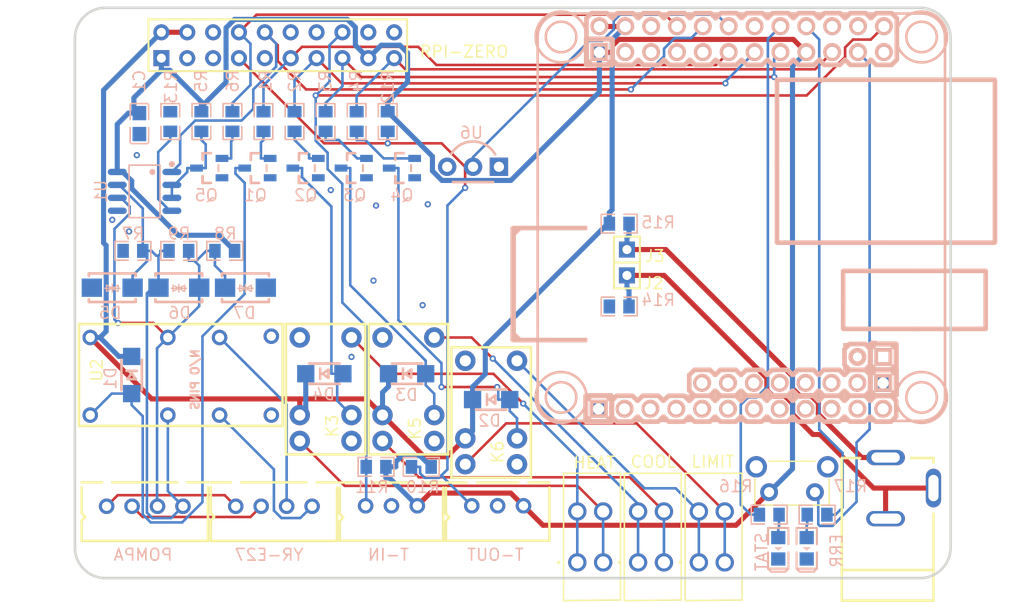
<source format=kicad_pcb>
(kicad_pcb (version 20211014) (generator pcbnew)
  (title_block (title "HaierPi") (date "2023-04-18") (rev "1.0"))
  (layers (0 "F.Cu" signal) (31 "B.Cu" signal) (34 "B.Paste" user) (35 "F.Paste" user) (36 "B.SilkS" user "B.Silkscreen") (37 "F.SilkS" user "F.Silkscreen") (38 "B.Mask" user) (39 "F.Mask" user) (44 "Edge.Cuts" user))
  (net 0 "")
  (net 1 "+3V3")
  (net 2 "+5V")
  (net 3 "1W")
  (net 4 "A")
  (net 5 "AOUT")
  (net 6 "B")
  (net 7 "BOUT")
  (net 8 "CON1_1")
  (net 9 "CON1_2")
  (net 10 "CON2_1")
  (net 11 "CON2_2")
  (net 12 "CON3_1")
  (net 13 "CON3_2")
  (net 14 "DHT22")
  (net 15 "GND")
  (net 16 "GPIO13")
  (net 17 "GPIO19")
  (net 18 "GPIO26")
  (net 19 "GPIO6")
  (net 20 "H2_12")
  (net 21 "H2_14")
  (net 22 "H2_18")
  (net 23 "H2_20")
  (net 24 "H2_3")
  (net 25 "H2_5")
  (net 26 "J1_1")
  (net 27 "J1_2")
  (net 28 "K3_4")
  (net 29 "K3_6")
  (net 30 "K5_4")
  (net 31 "K5_6")
  (net 32 "K6_4")
  (net 33 "K6_6")
  (net 34 "POMPA_1")
  (net 35 "POMPA_2")
  (net 36 "Q5_2")
  (net 37 "R16_2")
  (net 38 "R17_2")
  (net 39 "R1_2")
  (net 40 "R2_2")
  (net 41 "R3_2")
  (net 42 "R4_2")
  (net 43 "REL1")
  (net 44 "REL2")
  (net 45 "REL3")
  (net 46 "REL4")
  (net 47 "RX")
  (net 48 "TX")
  (net 49 "U1_2")
  (net 50 "U1_4")
  (net 51 "U2_4")
  (net 52 "U2_5")
  (net 53 "U3_16")
  (net 54 "U3_18")
  (net 55 "U3_22")
  (net 56 "U3_23")
  (net 57 "U3_25")
  (net 58 "U3_26")
  (net 59 "U3_27")
  (net 60 "U3_28")
  (net 61 "U3_29")
  (net 62 "U3_3")
  (net 63 "U3_30")
  (net 64 "U3_31")
  (net 65 "U3_32")
  (net 66 "U3_33")
  (net 67 "U3_34")
  (net 68 "U3_35")
  (net 69 "U3_36")
  (net 70 "U3_37")
  (net 71 "U3_38")
  (net 72 "U3_39")
  (net 73 "U3_40")
  (net 74 "U3_41")
  (net 75 "U3_42")
  (net 76 "U3_43")
  (net 77 "U3_44")
  (net 78 "U3_5")
  (net 79 "U3_7")
  (net 80 "U5_1")
  (net 81 "U5_3")
  (net 82 "U5_4")
  (net 83 "U6_3")
  (footprint "easyeda:R0805" (layer "F.Cu") (at 122.748 76.031 90)
    (fp_text reference "R3")
    (fp_text value "1k" hide)
  )
  (footprint "easyeda:SMA_L4.4-W2.6-LS5.0-BI" (layer "F.Cu") (at 101.796 92.35)
    (fp_text reference "D5")
    (fp_text value "SMAJ12CA_C143115" hide)
  )
  (footprint "easyeda:R0805" (layer "F.Cu") (at 127.704 109.94 180)
    (fp_text reference "R11")
    (fp_text value "4.7K" hide)
  )
  (footprint "easyeda:JST-XH-TH-4-2.5" (layer "F.Cu") (at 111.194 111.464 180)
    (fp_text reference "POMPA")
    (fp_text value "JST XH 4" hide)
  )
  (footprint "easyeda:R0805" (layer "F.Cu") (at 113.599 76.031 -90)
    (fp_text reference "R6")
    (fp_text value "4.7K" hide)
  )
  (footprint "easyeda:HDR-M-2.54_1X1" (layer "F.Cu") (at 152.342 88.604)
    (fp_text reference "J3")
    (fp_text value "HDR-M-2.54_1x1" hide)
  )
  (footprint "easyeda:SMA_L4.4-W2.6-LS5.0-BI" (layer "F.Cu") (at 108.337 92.35)
    (fp_text reference "D6")
    (fp_text value "SMAJ12CA_C143115" hide)
  )
  (footprint "easyeda:R0805" (layer "F.Cu") (at 110.549 76.031 -90)
    (fp_text reference "R5")
    (fp_text value "4.7K" hide)
  )
  (footprint "easyeda:R0805" (layer "F.Cu") (at 132.149 109.94 180)
    (fp_text reference "R10")
    (fp_text value "4.7K" hide)
  )
  (footprint "easyeda:SOT-23-3_L2.9-W1.3-P1.90-LS2.4-TR" (layer "F.Cu") (at 130.244 80.603 180)
    (fp_text reference "Q4")
    (fp_text value "2N3904(SOT-23)" hide)
  )
  (footprint "easyeda:ADC-002" (layer "F.Cu") (at 182.441 112.027 90)
    (fp_text reference "J1" hide)
    (fp_text value "JACK PCB" hide)
  )
  (footprint "easyeda:R0805" (layer "F.Cu") (at 128.847 76.031 -90)
    (fp_text reference "R12")
    (fp_text value "4.7K" hide)
  )
  (footprint "easyeda:R0805" (layer "F.Cu") (at 112.845 88.731)
    (fp_text reference "R8")
    (fp_text value "4.7K" hide)
  )
  (footprint "easyeda:R0805" (layer "F.Cu") (at 125.797 76.031 90)
    (fp_text reference "R4")
    (fp_text value "1k" hide)
  )
  (footprint "easyeda:RELAY-TH_HFD23-005-1ZS" (layer "F.Cu") (at 139.007 104.606 90)
    (fp_text reference "K6")
    (fp_text value "HFD23-005-1ZS" hide)
  )
  (footprint "easyeda:JST-XH-TH-3-2.54" (layer "F.Cu") (at 129.217 113.767 180)
    (fp_text reference "T-IN")
    (fp_text value "JST XH 3" hide)
  )
  (footprint "easyeda:SOD-123_L2.8-W1.8-LS3.7-RD" (layer "F.Cu") (at 103.701 100.923 90)
    (fp_text reference "D1")
    (fp_text value "1N4007W_W" hide)
  )
  (footprint "easyeda:SOD-123_L2.8-W1.8-LS3.7-RD" (layer "F.Cu") (at 139.007 103.336 180)
    (fp_text reference "D2")
    (fp_text value "1N4007W_W" hide)
  )
  (footprint "easyeda:LED0805_RED" (layer "F.Cu") (at 169.995 117.941 90)
    (fp_text reference "ERR")
    (fp_text value "LED-0805_R" hide)
  )
  (footprint "easyeda:SMALL N4078 DUAL COMS RELAY" (layer "F.Cu") (at 99.637 104.86 90)
    (fp_text reference "U2")
    (fp_text value "N/O PINS")
  )
  (footprint "easyeda:SOD-123_L2.8-W1.8-LS3.7-RD" (layer "F.Cu") (at 130.752 100.796 180)
    (fp_text reference "D3")
    (fp_text value "1N4007W_W" hide)
  )
  (footprint "easyeda:JST-XH-TH-3-2.54" (layer "F.Cu") (at 139.642 113.767 180)
    (fp_text reference "T-OUT")
    (fp_text value "JST XH 3" hide)
  )
  (footprint "easyeda:R0805" (layer "F.Cu") (at 166.312 114.639 180)
    (fp_text reference "R16")
    (fp_text value "330" hide)
  )
  (footprint "easyeda:R0805" (layer "F.Cu") (at 151.58 86.064 180)
    (fp_text reference "R15")
    (fp_text value "0" hide)
  )
  (footprint "easyeda:JST-XH-TH-4-2.5" (layer "F.Cu") (at 123.873 111.464 180)
    (fp_text reference "YR-E27")
    (fp_text value "JST XH 4" hide)
  )
  (footprint "easyeda:SOT-23-3_L2.9-W1.3-P1.90-LS2.4-TR" (layer "F.Cu") (at 116.052 80.603 180)
    (fp_text reference "Q1")
    (fp_text value "2N3904(SOT-23)" hide)
  )
  (footprint "easyeda:R0805" (layer "F.Cu") (at 116.648 76.031 90)
    (fp_text reference "R1")
    (fp_text value "1k" hide)
  )
  (footprint "easyeda:R0805" (layer "F.Cu") (at 103.828 88.731)
    (fp_text reference "R7")
    (fp_text value "4.7K" hide)
  )
  (footprint "easyeda:HDR-F-2.54_2X10" (layer "F.Cu") (at 118.052 68.538)
    (fp_text reference "RPI-ZERO")
    (fp_text value "HDR-F-2.54_2x10" hide)
  )
  (footprint "easyeda:C0805" (layer "F.Cu") (at 104.463 76.233 -90)
    (fp_text reference "C1")
    (fp_text value "104" hide)
  )
  (footprint "easyeda:2X2P_2.54X5" (layer "F.Cu") (at 152.088 110.575)
    (fp_text reference "COOL")
    (fp_text value "DG240W2.54_2P" hide)
  )
  (footprint "easyeda:2X2P_2.54X5" (layer "F.Cu") (at 146.119 110.575)
    (fp_text reference "HEAT")
    (fp_text value "DG240W2.54_2P" hide)
  )
  (footprint "easyeda:SOP-8_L4.9-W3.9-P1.27-LS6.0-BL-1" (layer "F.Cu") (at 104.971 82.889 90)
    (fp_text reference "U1")
    (fp_text value "MAX3485" hide)
  )
  (footprint "easyeda:NANOPI_NEO_V1.4" (layer "F.Cu") (at 149.548 67.395 90)
    (fp_text reference "U3" hide)
    (fp_text value "a" hide)
  )
  (footprint "easyeda:R0805" (layer "F.Cu") (at 107.499 76.031 90)
    (fp_text reference "R13")
    (fp_text value "0" hide)
  )
  (footprint "easyeda:LED0805_GREEN" (layer "F.Cu") (at 167.201 117.941 90)
    (fp_text reference "STAT")
    (fp_text value "LED-0805_G" hide)
  )
  (footprint "easyeda:RELAY-TH_HFD23-005-1ZS" (layer "F.Cu") (at 122.751 102.32 90)
    (fp_text reference "K3")
    (fp_text value "HFD23-005-1ZS" hide)
  )
  (footprint "easyeda:R0805" (layer "F.Cu") (at 151.58 94.192)
    (fp_text reference "R14")
    (fp_text value "0" hide)
  )
  (footprint "easyeda:R0805" (layer "F.Cu") (at 108.337 88.731)
    (fp_text reference "R9")
    (fp_text value "120" hide)
  )
  (footprint "easyeda:R0805" (layer "F.Cu") (at 119.698 76.031 90)
    (fp_text reference "R2")
    (fp_text value "1k" hide)
  )
  (footprint "easyeda:RELAY-TH_HFD23-005-1ZS" (layer "F.Cu") (at 130.879 102.32 90)
    (fp_text reference "K5")
    (fp_text value "HFD23-005-1ZS" hide)
  )
  (footprint "easyeda:SMA_L4.4-W2.6-LS5.0-BI" (layer "F.Cu") (at 114.877 92.35)
    (fp_text reference "D7")
    (fp_text value "SMAJ12CA_C143115" hide)
  )
  (footprint "easyeda:SOT-23-3_L2.9-W1.3-P1.90-LS2.4-TR" (layer "F.Cu") (at 111.321 80.603 180)
    (fp_text reference "Q5")
    (fp_text value "2N3904(SOT-23)" hide)
  )
  (footprint "easyeda:SW_TACTILE_SPST_ANGLED" (layer "F.Cu") (at 165.042 109.94 180)
    (fp_text reference "U5" hide)
    (fp_text value "TACTILE-SWITCH-PTH Angled" hide)
  )
  (footprint "easyeda:2X2P_2.54X5" (layer "F.Cu") (at 158.057 110.575)
    (fp_text reference "LIMIT")
    (fp_text value "DG240W2.54_2P" hide)
  )
  (footprint "easyeda:R0805" (layer "F.Cu") (at 171.011 114.639)
    (fp_text reference "R17")
    (fp_text value "330" hide)
  )
  (footprint "easyeda:SOD-123_L2.8-W1.8-LS3.7-RD" (layer "F.Cu") (at 122.624 100.796 180)
    (fp_text reference "D4")
    (fp_text value "1N4007W_W" hide)
  )
  (footprint "easyeda:SOT-23-3_L2.9-W1.3-P1.90-LS2.4-TR" (layer "F.Cu") (at 120.783 80.603 180)
    (fp_text reference "Q2")
    (fp_text value "2N3904(SOT-23)" hide)
  )
  (footprint "easyeda:TO-92-3_L4.8-W3.7-P2.54-L" (layer "F.Cu") (at 137.229 80.476)
    (fp_text reference "U6")
    (fp_text value "DS2401+T&R" hide)
  )
  (footprint "easyeda:SOT-23-3_L2.9-W1.3-P1.90-LS2.4-TR" (layer "F.Cu") (at 125.513 80.603 180)
    (fp_text reference "Q3")
    (fp_text value "2N3904(SOT-23)" hide)
  )
  (footprint "easyeda:HDR-M-2.54_1X1" (layer "F.Cu") (at 152.342 91.144)
    (fp_text reference "J2")
    (fp_text value "HDR-M-2.54_1x1" hide)
  )
  (gr_arc (start 181.128 64.867) (mid 183.24932 65.74568) (end 184.128 67.867) (layer "Edge.Cuts") (width 0.254))
  (gr_line (start 101.128 64.867) (end 181.128 64.867) (layer "Edge.Cuts") (width 0.254))
  (gr_line (start 98.128 117.867) (end 98.128 67.867) (layer "Edge.Cuts") (width 0.254))
  (gr_arc (start 101.128 120.867) (mid 99.00668 119.98832) (end 98.128 117.867) (layer "Edge.Cuts") (width 0.254))
  (gr_arc (start 98.128 67.867) (mid 99.00668 65.74568) (end 101.128 64.867) (layer "Edge.Cuts") (width 0.254))
  (gr_line (start 184.128 67.867) (end 184.128 117.867) (layer "Edge.Cuts") (width 0.254))
  (gr_line (start 181.128 120.867) (end 101.128 120.867) (layer "Edge.Cuts") (width 0.254))
  (gr_arc (start 184.128 117.867) (mid 183.24932 119.98832) (end 181.128 120.867) (layer "Edge.Cuts") (width 0.254))
  (segment (start 151.53 67.968) (end 168.685 67.968) (width 0.5) (layer "F.Cu") (net 1))
  (segment (start 144.094 115.679) (end 142.182 113.767) (width 0.5) (layer "F.Cu") (net 1))
  (segment (start 150.887 68.612) (end 151.53 67.968) (width 0.5) (layer "F.Cu") (net 1))
  (segment (start 140.932 112.518) (end 133.007 112.518) (width 0.5) (layer "F.Cu") (net 1))
  (segment (start 168.685 67.968) (end 169.955 69.238) (width 0.5) (layer "F.Cu") (net 1))
  (segment (start 149.635 69.238) (end 150.887 69.238) (width 0.5) (layer "F.Cu") (net 1))
  (segment (start 142.182 113.767) (end 140.932 112.518) (width 0.5) (layer "F.Cu") (net 1))
  (segment (start 166.302 112.429) (end 163.052 115.679) (width 0.5) (layer "F.Cu") (net 1))
  (segment (start 133.007 112.518) (end 131.757 113.767) (width 0.5) (layer "F.Cu") (net 1))
  (segment (start 150.887 69.238) (end 150.887 68.612) (width 0.5) (layer "F.Cu") (net 1))
  (segment (start 163.052 115.679) (end 144.094 115.679) (width 0.5) (layer "F.Cu") (net 1))
  (segment (start 112.972 66.832) (end 113.803 66.001) (width 0.5) (layer "B.Cu") (net 1))
  (segment (start 132.023 108.847) (end 130.247 108.847) (width 0.5) (layer "B.Cu") (net 1))
  (segment (start 128.847 75.065) (end 128.847 74.096) (width 0.5) (layer "B.Cu") (net 1))
  (segment (start 102.288 76.301) (end 103.386 75.203) (width 0.5) (layer "B.Cu") (net 1))
  (segment (start 168.598 70.595) (end 169.955 69.238) (width 0.5) (layer "B.Cu") (net 1))
  (segment (start 130.047 68.538) (end 130.801 69.292) (width 0.5) (layer "B.Cu") (net 1))
  (segment (start 113.811 88.731) (end 112.282 87.202) (width 0.5) (layer "B.Cu") (net 1))
  (segment (start 149.635 69.238) (end 149.635 73.128) (width 0.5) (layer "B.Cu") (net 1))
  (segment (start 110.549 75.065) (end 110.549 74.58) (width 0.5) (layer "B.Cu") (net 1))
  (segment (start 134.174 81.817) (end 133.241 80.884) (width 0.5) (layer "B.Cu") (net 1))
  (segment (start 102.288 80.984) (end 102.288 76.301) (width 0.5) (layer "B.Cu") (net 1))
  (segment (start 103.924 75.203) (end 103.386 75.203) (width 0.5) (layer "B.Cu") (net 1))
  (segment (start 129.639 109.456) (end 129.639 109.94) (width 0.5) (layer "B.Cu") (net 1))
  (segment (start 128.212 68.538) (end 130.047 68.538) (width 0.5) (layer "B.Cu") (net 1))
  (segment (start 130.801 72.142) (end 128.847 74.096) (width 0.5) (layer "B.Cu") (net 1))
  (segment (start 128.67 109.94) (end 129.639 109.94) (width 0.5) (layer "B.Cu") (net 1))
  (segment (start 110.549 74.58) (end 110.549 74.096) (width 0.5) (layer "B.Cu") (net 1))
  (segment (start 128.67 109.94) (end 128.67 111.031) (width 0.5) (layer "B.Cu") (net 1))
  (segment (start 103.711 81.861) (end 102.833 80.984) (width 0.5) (layer "B.Cu") (net 1))
  (segment (start 103.924 73.695) (end 106.622 70.997) (width 0.5) (layer "B.Cu") (net 1))
  (segment (start 130.247 108.847) (end 129.639 109.456) (width 0.5) (layer "B.Cu") (net 1))
  (segment (start 104.463 75.203) (end 103.924 75.203) (width 0.5) (layer "B.Cu") (net 1))
  (segment (start 107.45 70.997) (end 106.622 70.997) (width 0.5) (layer "B.Cu") (net 1))
  (segment (start 125.672 66.778) (end 125.672 68.538) (width 0.5) (layer "B.Cu") (net 1))
  (segment (start 129.02 111.031) (end 131.757 113.767) (width 0.5) (layer "B.Cu") (net 1))
  (segment (start 110.549 74.096) (end 107.45 70.997) (width 0.5) (layer "B.Cu") (net 1))
  (segment (start 102.833 80.984) (end 102.288 80.984) (width 0.5) (layer "B.Cu") (net 1))
  (segment (start 110.549 74.58) (end 112.972 72.157) (width 0.5) (layer "B.Cu") (net 1))
  (segment (start 103.711 82.622) (end 103.711 81.861) (width 0.5) (layer "B.Cu") (net 1))
  (segment (start 112.972 72.157) (end 112.972 66.832) (width 0.5) (layer "B.Cu") (net 1))
  (segment (start 125.672 68.538) (end 126.942 69.808) (width 0.5) (layer "B.Cu") (net 1))
  (segment (start 112.282 87.202) (end 108.29 87.202) (width 0.5) (layer "B.Cu") (net 1))
  (segment (start 130.801 69.292) (end 130.801 72.142) (width 0.5) (layer "B.Cu") (net 1))
  (segment (start 149.635 73.128) (end 140.945 81.817) (width 0.5) (layer "B.Cu") (net 1))
  (segment (start 103.924 75.203) (end 103.924 73.695) (width 0.5) (layer "B.Cu") (net 1))
  (segment (start 168.598 110.133) (end 168.598 70.595) (width 0.5) (layer "B.Cu") (net 1))
  (segment (start 140.945 81.817) (end 134.174 81.817) (width 0.5) (layer "B.Cu") (net 1))
  (segment (start 133.241 80.884) (end 133.241 79.458) (width 0.5) (layer "B.Cu") (net 1))
  (segment (start 106.622 69.808) (end 106.622 70.997) (width 0.5) (layer "B.Cu") (net 1))
  (segment (start 113.803 66.001) (end 124.894 66.001) (width 0.5) (layer "B.Cu") (net 1))
  (segment (start 166.302 112.429) (end 168.598 110.133) (width 0.5) (layer "B.Cu") (net 1))
  (segment (start 124.894 66.001) (end 125.672 66.778) (width 0.5) (layer "B.Cu") (net 1))
  (segment (start 126.942 69.808) (end 128.212 68.538) (width 0.5) (layer "B.Cu") (net 1))
  (segment (start 128.67 111.031) (end 129.02 111.031) (width 0.5) (layer "B.Cu") (net 1))
  (segment (start 133.115 109.94) (end 132.023 108.847) (width 0.5) (layer "B.Cu") (net 1))
  (segment (start 133.241 79.458) (end 128.847 75.065) (width 0.5) (layer "B.Cu") (net 1))
  (segment (start 108.29 87.202) (end 103.711 82.622) (width 0.5) (layer "B.Cu") (net 1))
  (segment (start 134.664 108.949) (end 132.428 108.949) (width 0.5) (layer "F.Cu") (net 2))
  (segment (start 120.211 103.271) (end 105.668 103.271) (width 0.5) (layer "F.Cu") (net 2))
  (segment (start 106.622 67.268) (end 109.162 67.268) (width 0.5) (layer "F.Cu") (net 2))
  (segment (start 128.339 104.86) (end 126.75 103.271) (width 0.5) (layer "F.Cu") (net 2))
  (segment (start 149.635 66.698) (end 152.175 66.698) (width 0.5) (layer "F.Cu") (net 2))
  (segment (start 126.75 103.271) (end 120.211 103.271) (width 0.5) (layer "F.Cu") (net 2))
  (segment (start 136.467 107.146) (end 134.664 108.949) (width 0.5) (layer "F.Cu") (net 2))
  (segment (start 105.668 103.271) (end 99.637 97.24) (width 0.5) (layer "F.Cu") (net 2))
  (segment (start 120.211 103.271) (end 120.211 104.86) (width 0.5) (layer "F.Cu") (net 2))
  (segment (start 132.428 108.949) (end 128.339 104.86) (width 0.5) (layer "F.Cu") (net 2))
  (segment (start 137.182 106.431) (end 136.467 107.146) (width 0.5) (layer "B.Cu") (net 2))
  (segment (start 120.799 104.272) (end 120.211 104.86) (width 0.5) (layer "B.Cu") (net 2))
  (segment (start 150.888 67.984) (end 150.888 84.699) (width 0.5) (layer "B.Cu") (net 2))
  (segment (start 137.182 102.71) (end 137.182 103.336) (width 0.5) (layer "B.Cu") (net 2))
  (segment (start 152.175 66.698) (end 150.888 67.984) (width 0.5) (layer "B.Cu") (net 2))
  (segment (start 150.888 84.699) (end 150.614 84.973) (width 0.5) (layer "B.Cu") (net 2))
  (segment (start 128.339 102.636) (end 128.339 104.86) (width 0.5) (layer "B.Cu") (net 2))
  (segment (start 106.622 67.268) (end 100.944 72.946) (width 0.5) (layer "B.Cu") (net 2))
  (segment (start 103.701 99.098) (end 102.449 99.098) (width 0.5) (layer "B.Cu") (net 2))
  (segment (start 138.434 100.831) (end 137.182 102.084) (width 0.5) (layer "B.Cu") (net 2))
  (segment (start 150.614 86.064) (end 150.614 85.895) (width 0.5) (layer "B.Cu") (net 2))
  (segment (start 137.182 102.71) (end 137.182 102.084) (width 0.5) (layer "B.Cu") (net 2))
  (segment (start 150.614 85.895) (end 138.434 98.075) (width 0.5) (layer "B.Cu") (net 2))
  (segment (start 120.799 100.796) (end 120.799 104.272) (width 0.5) (layer "B.Cu") (net 2))
  (segment (start 100.591 97.24) (end 102.449 99.098) (width 0.5) (layer "B.Cu") (net 2))
  (segment (start 150.614 85.519) (end 150.614 85.895) (width 0.5) (layer "B.Cu") (net 2))
  (segment (start 101.2 96.631) (end 100.591 97.24) (width 0.5) (layer "B.Cu") (net 2))
  (segment (start 138.434 98.075) (end 138.434 100.831) (width 0.5) (layer "B.Cu") (net 2))
  (segment (start 100.944 87.944) (end 101.2 88.2) (width 0.5) (layer "B.Cu") (net 2))
  (segment (start 150.614 85.519) (end 150.614 84.973) (width 0.5) (layer "B.Cu") (net 2))
  (segment (start 100.944 72.946) (end 100.944 87.944) (width 0.5) (layer "B.Cu") (net 2))
  (segment (start 128.927 100.796) (end 128.927 102.048) (width 0.5) (layer "B.Cu") (net 2))
  (segment (start 137.182 103.336) (end 137.182 106.431) (width 0.5) (layer "B.Cu") (net 2))
  (segment (start 128.927 102.048) (end 128.339 102.636) (width 0.5) (layer "B.Cu") (net 2))
  (segment (start 99.637 97.24) (end 100.591 97.24) (width 0.5) (layer "B.Cu") (net 2))
  (segment (start 101.2 88.2) (end 101.2 96.631) (width 0.5) (layer "B.Cu") (net 2))
  (segment (start 122.605 78.171) (end 128.847 78.171) (width 0.254) (layer "F.Cu") (net 3))
  (segment (start 136.448 80.476) (end 137.229 80.476) (width 0.254) (layer "F.Cu") (net 3))
  (segment (start 128.847 78.171) (end 134.143 78.171) (width 0.254) (layer "F.Cu") (net 3))
  (segment (start 134.143 78.171) (end 136.448 80.476) (width 0.254) (layer "F.Cu") (net 3))
  (segment (start 136.448 80.476) (end 136.448 82.542) (width 0.254) (layer "F.Cu") (net 3))
  (segment (start 114.242 69.808) (end 122.605 78.171) (width 0.254) (layer "F.Cu") (net 3))
  (via (at 128.848 78.171) (size 0.61) (drill 0.305) (layers "F.Cu" "B.Cu") (net 3))
  (via (at 136.448 82.542) (size 0.61) (drill 0.305) (layers "F.Cu" "B.Cu") (net 3))
  (segment (start 132.028 110.574) (end 132.028 109.94) (width 0.254) (layer "B.Cu") (net 3))
  (segment (start 151.044 66.983) (end 149.92 68.107) (width 0.254) (layer "B.Cu") (net 3))
  (segment (start 149.92 68.107) (end 148.644 68.107) (width 0.254) (layer "B.Cu") (net 3))
  (segment (start 162.335 66.698) (end 161.174 65.537) (width 0.254) (layer "B.Cu") (net 3))
  (segment (start 128.847 76.997) (end 128.847 77.842) (width 0.254) (layer "B.Cu") (net 3))
  (segment (start 134.118 110.784) (end 134.711 110.191) (width 0.254) (layer "B.Cu") (net 3))
  (segment (start 151.661 65.537) (end 151.044 66.154) (width 0.254) (layer "B.Cu") (net 3))
  (segment (start 128.847 78.171) (end 128.847 77.842) (width 0.254) (layer "B.Cu") (net 3))
  (segment (start 133.883 111.019) (end 132.473 111.019) (width 0.254) (layer "B.Cu") (net 3))
  (segment (start 128.847 78.171) (end 128.847 78.171) (width 0.254) (layer "B.Cu") (net 3))
  (segment (start 137.229 79.522) (end 137.229 80.476) (width 0.254) (layer "B.Cu") (net 3))
  (segment (start 148.644 68.107) (end 137.229 79.522) (width 0.254) (layer "B.Cu") (net 3))
  (segment (start 151.044 66.154) (end 151.044 66.983) (width 0.254) (layer "B.Cu") (net 3))
  (segment (start 132.473 111.019) (end 132.028 110.574) (width 0.254) (layer "B.Cu") (net 3))
  (segment (start 161.174 65.537) (end 151.661 65.537) (width 0.254) (layer "B.Cu") (net 3))
  (segment (start 134.711 84.279) (end 136.448 82.542) (width 0.254) (layer "B.Cu") (net 3))
  (segment (start 134.711 110.191) (end 134.711 84.279) (width 0.254) (layer "B.Cu") (net 3))
  (segment (start 131.183 109.94) (end 132.028 109.94) (width 0.254) (layer "B.Cu") (net 3))
  (segment (start 134.118 110.784) (end 133.883 111.019) (width 0.254) (layer "B.Cu") (net 3))
  (segment (start 137.102 113.767) (end 134.118 110.784) (width 0.254) (layer "B.Cu") (net 3))
  (segment (start 105.834 95.817) (end 107.257 97.24) (width 0.254) (layer "F.Cu") (net 4))
  (segment (start 102.37 95.817) (end 105.834 95.817) (width 0.254) (layer "F.Cu") (net 4))
  (via (at 102.371 95.817) (size 0.61) (drill 0.305) (layers "F.Cu" "B.Cu") (net 4))
  (segment (start 112.877 91.171) (end 111.879 90.173) (width 0.254) (layer "B.Cu") (net 4))
  (segment (start 109.848 89.699) (end 109.957 89.807) (width 0.254) (layer "B.Cu") (net 4))
  (segment (start 112.877 92.35) (end 112.877 91.171) (width 0.254) (layer "B.Cu") (net 4))
  (segment (start 102.288 83.524) (end 102.659 83.524) (width 0.254) (layer "B.Cu") (net 4))
  (segment (start 109.303 88.731) (end 109.303 89.699) (width 0.254) (layer "B.Cu") (net 4))
  (segment (start 109.957 89.807) (end 110.336 90.187) (width 0.254) (layer "B.Cu") (net 4))
  (segment (start 111.879 88.731) (end 111.033 88.731) (width 0.254) (layer "B.Cu") (net 4))
  (segment (start 102.014 86.575) (end 102.014 95.461) (width 0.254) (layer "B.Cu") (net 4))
  (segment (start 106.198 98.299) (end 107.257 97.24) (width 0.254) (layer "B.Cu") (net 4))
  (segment (start 102.014 95.461) (end 102.37 95.817) (width 0.254) (layer "B.Cu") (net 4))
  (segment (start 103.502 85.088) (end 102.014 86.575) (width 0.254) (layer "B.Cu") (net 4))
  (segment (start 110.336 92.35) (end 110.336 94.16) (width 0.254) (layer "B.Cu") (net 4))
  (segment (start 102.659 83.524) (end 103.502 84.367) (width 0.254) (layer "B.Cu") (net 4))
  (segment (start 110.336 90.187) (end 110.336 92.35) (width 0.254) (layer "B.Cu") (net 4))
  (segment (start 111.879 90.173) (end 111.879 88.731) (width 0.254) (layer "B.Cu") (net 4))
  (segment (start 111.033 88.731) (end 109.957 89.807) (width 0.254) (layer "B.Cu") (net 4))
  (segment (start 103.502 84.367) (end 103.502 85.088) (width 0.254) (layer "B.Cu") (net 4))
  (segment (start 106.244 113.814) (end 106.198 113.768) (width 0.254) (layer "B.Cu") (net 4))
  (segment (start 109.303 89.699) (end 109.848 89.699) (width 0.254) (layer "B.Cu") (net 4))
  (segment (start 106.198 113.768) (end 106.198 98.299) (width 0.254) (layer "B.Cu") (net 4))
  (segment (start 110.336 94.16) (end 107.257 97.24) (width 0.254) (layer "B.Cu") (net 4))
  (segment (start 118.923 103.826) (end 118.923 113.814) (width 0.254) (layer "B.Cu") (net 5))
  (segment (start 112.337 97.24) (end 118.923 103.826) (width 0.254) (layer "B.Cu") (net 5))
  (segment (start 104.794 88.731) (end 105.217 88.731) (width 0.254) (layer "B.Cu") (net 6))
  (segment (start 102.479 82.254) (end 104.794 84.569) (width 0.254) (layer "B.Cu") (net 6))
  (segment (start 102.288 82.254) (end 102.479 82.254) (width 0.254) (layer "B.Cu") (net 6))
  (segment (start 106.336 91.761) (end 106.336 91.171) (width 0.254) (layer "B.Cu") (net 6))
  (segment (start 103.796 91.761) (end 103.796 91.171) (width 0.254) (layer "B.Cu") (net 6))
  (segment (start 105.217 89.75) (end 103.796 91.171) (width 0.254) (layer "B.Cu") (net 6))
  (segment (start 105.217 88.731) (end 105.64 88.731) (width 0.254) (layer "B.Cu") (net 6))
  (segment (start 105.64 88.731) (end 106.105 89.196) (width 0.254) (layer "B.Cu") (net 6))
  (segment (start 106.336 92.35) (end 106.336 91.761) (width 0.254) (layer "B.Cu") (net 6))
  (segment (start 105.201 92.896) (end 105.201 114.44) (width 0.254) (layer "B.Cu") (net 6))
  (segment (start 107.257 112.327) (end 107.257 104.86) (width 0.254) (layer "B.Cu") (net 6))
  (segment (start 106.336 91.761) (end 105.201 92.896) (width 0.254) (layer "B.Cu") (net 6))
  (segment (start 106.105 89.196) (end 106.336 89.196) (width 0.254) (layer "B.Cu") (net 6))
  (segment (start 106.336 89.196) (end 106.336 91.171) (width 0.254) (layer "B.Cu") (net 6))
  (segment (start 106.336 89.196) (end 106.525 89.008) (width 0.254) (layer "B.Cu") (net 6))
  (segment (start 105.201 114.44) (end 105.735 114.974) (width 0.254) (layer "B.Cu") (net 6))
  (segment (start 107.584 114.974) (end 108.744 113.814) (width 0.254) (layer "B.Cu") (net 6))
  (segment (start 105.735 114.974) (end 107.584 114.974) (width 0.254) (layer "B.Cu") (net 6))
  (segment (start 108.744 113.814) (end 107.257 112.327) (width 0.254) (layer "B.Cu") (net 6))
  (segment (start 106.525 89.008) (end 106.525 88.731) (width 0.254) (layer "B.Cu") (net 6))
  (segment (start 107.37 88.731) (end 106.525 88.731) (width 0.254) (layer "B.Cu") (net 6))
  (segment (start 104.794 84.569) (end 104.794 88.731) (width 0.254) (layer "B.Cu") (net 6))
  (segment (start 103.796 91.761) (end 103.796 92.35) (width 0.254) (layer "B.Cu") (net 6))
  (segment (start 105.217 88.731) (end 105.217 89.75) (width 0.254) (layer "B.Cu") (net 6))
  (segment (start 118.409 114.969) (end 120.267 114.969) (width 0.254) (layer "B.Cu") (net 7))
  (segment (start 120.267 114.969) (end 121.423 113.814) (width 0.254) (layer "B.Cu") (net 7))
  (segment (start 117.672 110.195) (end 117.672 114.232) (width 0.254) (layer "B.Cu") (net 7))
  (segment (start 117.672 114.232) (end 118.409 114.969) (width 0.254) (layer "B.Cu") (net 7))
  (segment (start 112.337 104.86) (end 117.672 110.195) (width 0.254) (layer "B.Cu") (net 7))
  (segment (start 128.858 100.807) (end 139.229 100.807) (width 0.254) (layer "F.Cu") (net 8))
  (segment (start 139.229 100.807) (end 142.152 103.73) (width 0.254) (layer "F.Cu") (net 8))
  (segment (start 125.291 97.24) (end 128.858 100.807) (width 0.254) (layer "F.Cu") (net 8))
  (via (at 142.152 103.73) (size 0.61) (drill 0.305) (layers "F.Cu" "B.Cu") (net 8))
  (segment (start 147.465 119.326) (end 147.465 114.326) (width 0.254) (layer "B.Cu") (net 8))
  (segment (start 147.465 109.043) (end 147.465 114.326) (width 0.254) (layer "B.Cu") (net 8))
  (segment (start 142.152 103.73) (end 147.465 109.043) (width 0.254) (layer "B.Cu") (net 8))
  (segment (start 147.487 111.808) (end 150.005 114.326) (width 0.254) (layer "F.Cu") (net 9))
  (segment (start 124.619 111.808) (end 147.487 111.808) (width 0.254) (layer "F.Cu") (net 9))
  (segment (start 120.211 107.4) (end 124.619 111.808) (width 0.254) (layer "F.Cu") (net 9))
  (segment (start 150.005 119.326) (end 150.005 114.326) (width 0.254) (layer "B.Cu") (net 9))
  (segment (start 137.089 97.24) (end 139.162 99.313) (width 0.254) (layer "F.Cu") (net 10))
  (segment (start 133.419 97.24) (end 137.089 97.24) (width 0.254) (layer "F.Cu") (net 10))
  (via (at 139.162 99.313) (size 0.61) (drill 0.305) (layers "F.Cu" "B.Cu") (net 10))
  (segment (start 139.162 99.313) (end 153.434 113.585) (width 0.254) (layer "B.Cu") (net 10))
  (segment (start 153.434 113.585) (end 153.434 114.326) (width 0.254) (layer "B.Cu") (net 10))
  (segment (start 153.434 114.326) (end 153.434 119.326) (width 0.254) (layer "B.Cu") (net 10))
  (segment (start 128.339 107.4) (end 131.906 110.967) (width 0.254) (layer "F.Cu") (net 11))
  (segment (start 131.906 110.967) (end 152.614 110.967) (width 0.254) (layer "F.Cu") (net 11))
  (segment (start 152.614 110.967) (end 155.974 114.326) (width 0.254) (layer "F.Cu") (net 11))
  (segment (start 155.974 119.326) (end 155.974 114.326) (width 0.254) (layer "B.Cu") (net 11))
  (segment (start 159.403 119.326) (end 159.403 114.326) (width 0.254) (layer "B.Cu") (net 12))
  (segment (start 157.128 112.051) (end 159.403 114.326) (width 0.254) (layer "B.Cu") (net 12))
  (segment (start 154.072 112.051) (end 157.128 112.051) (width 0.254) (layer "B.Cu") (net 12))
  (segment (start 141.547 99.526) (end 154.072 112.051) (width 0.254) (layer "B.Cu") (net 12))
  (segment (start 136.467 109.686) (end 140.481 105.672) (width 0.254) (layer "F.Cu") (net 13))
  (segment (start 153.289 105.672) (end 161.943 114.326) (width 0.254) (layer "F.Cu") (net 13))
  (segment (start 140.481 105.672) (end 153.289 105.672) (width 0.254) (layer "F.Cu") (net 13))
  (segment (start 161.943 119.326) (end 161.943 114.326) (width 0.254) (layer "B.Cu") (net 13))
  (segment (start 176.289 67.983) (end 174.541 67.983) (width 0.254) (layer "F.Cu") (net 14))
  (segment (start 173.765 68.76) (end 173.765 69.697) (width 0.254) (layer "F.Cu") (net 14))
  (segment (start 169.99 73.472) (end 121.778 73.472) (width 0.254) (layer "F.Cu") (net 14))
  (segment (start 173.765 69.697) (end 169.99 73.472) (width 0.254) (layer "F.Cu") (net 14))
  (segment (start 177.575 66.698) (end 176.289 67.983) (width 0.254) (layer "F.Cu") (net 14))
  (segment (start 174.541 67.983) (end 173.765 68.76) (width 0.254) (layer "F.Cu") (net 14))
  (via (at 121.778 73.472) (size 0.61) (drill 0.305) (layers "F.Cu" "B.Cu") (net 14))
  (segment (start 123.132 72.118) (end 123.132 68.538) (width 0.254) (layer "B.Cu") (net 14))
  (segment (start 126.677 113.767) (end 126.738 113.707) (width 0.254) (layer "B.Cu") (net 14))
  (segment (start 123.132 68.538) (end 124.402 67.268) (width 0.254) (layer "B.Cu") (net 14))
  (segment (start 121.778 77.928) (end 121.778 73.472) (width 0.254) (layer "B.Cu") (net 14))
  (segment (start 126.738 96.156) (end 124.388 93.806) (width 0.254) (layer "B.Cu") (net 14))
  (segment (start 122.947 79.096) (end 121.778 77.928) (width 0.254) (layer "B.Cu") (net 14))
  (segment (start 124.388 82.15) (end 122.947 80.709) (width 0.254) (layer "B.Cu") (net 14))
  (segment (start 126.738 113.707) (end 126.738 109.94) (width 0.254) (layer "B.Cu") (net 14))
  (segment (start 126.738 109.94) (end 126.738 96.156) (width 0.254) (layer "B.Cu") (net 14))
  (segment (start 124.388 93.806) (end 124.388 82.15) (width 0.254) (layer "B.Cu") (net 14))
  (segment (start 122.947 80.709) (end 122.947 79.096) (width 0.254) (layer "B.Cu") (net 14))
  (segment (start 121.778 73.472) (end 123.132 72.118) (width 0.254) (layer "B.Cu") (net 14))
  (via (at 127.45 91.652) (size 0.61) (drill 0.305) (layers "F.Cu" "B.Cu") (net 15))
  (via (at 127.704 84.286) (size 0.61) (drill 0.305) (layers "F.Cu" "B.Cu") (net 15))
  (via (at 123.259 82.762) (size 0.61) (drill 0.305) (layers "F.Cu" "B.Cu") (net 15))
  (via (at 132.784 84.159) (size 0.61) (drill 0.305) (layers "F.Cu" "B.Cu") (net 15))
  (via (at 132.276 94.065) (size 0.61) (drill 0.305) (layers "F.Cu" "B.Cu") (net 15))
  (via (at 125.291 99.145) (size 0.61) (drill 0.305) (layers "F.Cu" "B.Cu") (net 15))
  (via (at 103.447 86.826) (size 0.61) (drill 0.305) (layers "F.Cu" "B.Cu") (net 15))
  (via (at 101.796 85.683) (size 0.61) (drill 0.305) (layers "F.Cu" "B.Cu") (net 15))
  (via (at 104.209 79.333) (size 0.61) (drill 0.305) (layers "F.Cu" "B.Cu") (net 15))
  (segment (start 124.334 72.28) (end 121.862 69.808) (width 0.254) (layer "F.Cu") (net 16))
  (segment (start 162.014 72.28) (end 124.334 72.28) (width 0.254) (layer "F.Cu") (net 16))
  (via (at 162.014 72.28) (size 0.61) (drill 0.305) (layers "F.Cu" "B.Cu") (net 16))
  (segment (start 164.875 69.238) (end 162.014 72.099) (width 0.254) (layer "B.Cu") (net 16))
  (segment (start 119.698 71.972) (end 121.862 69.808) (width 0.254) (layer "B.Cu") (net 16))
  (segment (start 119.698 75.065) (end 119.698 71.972) (width 0.254) (layer "B.Cu") (net 16))
  (segment (start 162.014 72.099) (end 162.014 72.28) (width 0.254) (layer "B.Cu") (net 16))
  (segment (start 126.255 71.661) (end 166.799 71.661) (width 0.254) (layer "F.Cu") (net 17))
  (segment (start 124.402 69.808) (end 126.255 71.661) (width 0.254) (layer "F.Cu") (net 17))
  (via (at 166.799 71.661) (size 0.61) (drill 0.305) (layers "F.Cu" "B.Cu") (net 17))
  (segment (start 122.747 74.219) (end 124.402 72.565) (width 0.254) (layer "B.Cu") (net 17))
  (segment (start 166.799 69.854) (end 166.799 71.661) (width 0.254) (layer "B.Cu") (net 17))
  (segment (start 124.402 72.565) (end 124.402 69.808) (width 0.254) (layer "B.Cu") (net 17))
  (segment (start 167.415 69.238) (end 166.799 69.854) (width 0.254) (layer "B.Cu") (net 17))
  (segment (start 122.747 75.065) (end 122.747 74.219) (width 0.254) (layer "B.Cu") (net 17))
  (segment (start 129.482 69.808) (end 130.575 70.901) (width 0.254) (layer "F.Cu") (net 18))
  (segment (start 130.575 70.901) (end 170.832 70.901) (width 0.254) (layer "F.Cu") (net 18))
  (segment (start 170.832 70.901) (end 172.495 69.238) (width 0.254) (layer "F.Cu") (net 18))
  (segment (start 125.797 73.493) (end 129.482 69.808) (width 0.254) (layer "B.Cu") (net 18))
  (segment (start 125.797 75.065) (end 125.797 73.493) (width 0.254) (layer "B.Cu") (net 18))
  (segment (start 120.433 68.697) (end 119.322 69.808) (width 0.254) (layer "F.Cu") (net 19))
  (segment (start 161.093 70.479) (end 133.63 70.479) (width 0.254) (layer "F.Cu") (net 19))
  (segment (start 162.335 69.238) (end 161.093 70.479) (width 0.254) (layer "F.Cu") (net 19))
  (segment (start 133.63 70.479) (end 131.847 68.697) (width 0.254) (layer "F.Cu") (net 19))
  (segment (start 131.847 68.697) (end 120.433 68.697) (width 0.254) (layer "F.Cu") (net 19))
  (segment (start 116.648 75.065) (end 116.648 72.482) (width 0.254) (layer "B.Cu") (net 19))
  (segment (start 116.648 72.482) (end 119.322 69.808) (width 0.254) (layer "B.Cu") (net 19))
  (segment (start 168.598 101.044) (end 168.598 102.246) (width 0.5) (layer "F.Cu") (net 26))
  (segment (start 156.158 88.604) (end 168.598 101.044) (width 0.5) (layer "F.Cu") (net 26))
  (segment (start 170.436 102.967) (end 171.138 103.669) (width 0.5) (layer "F.Cu") (net 26))
  (segment (start 171.138 103.669) (end 171.138 104.77) (width 0.5) (layer "F.Cu") (net 26))
  (segment (start 152.342 88.604) (end 156.158 88.604) (width 0.5) (layer "F.Cu") (net 26))
  (segment (start 171.138 104.77) (end 175.395 109.027) (width 0.5) (layer "F.Cu") (net 26))
  (segment (start 168.598 102.246) (end 169.319 102.967) (width 0.5) (layer "F.Cu") (net 26))
  (segment (start 175.395 109.027) (end 177.741 109.027) (width 0.5) (layer "F.Cu") (net 26))
  (segment (start 169.319 102.967) (end 170.436 102.967) (width 0.5) (layer "F.Cu") (net 26))
  (segment (start 152.546 87.21) (end 152.342 87.414) (width 0.5) (layer "B.Cu") (net 26))
  (segment (start 152.342 88.604) (end 152.342 87.414) (width 0.5) (layer "B.Cu") (net 26))
  (segment (start 152.546 86.064) (end 152.546 87.21) (width 0.5) (layer "B.Cu") (net 26))
  (segment (start 170.608 106.766) (end 171.299 106.766) (width 0.5) (layer "F.Cu") (net 27))
  (segment (start 177.741 112.027) (end 177.741 115.027) (width 0.5) (layer "F.Cu") (net 27))
  (segment (start 168.614 103.749) (end 168.614 104.773) (width 0.5) (layer "F.Cu") (net 27))
  (segment (start 177.741 112.027) (end 182.441 112.027) (width 0.5) (layer "F.Cu") (net 27))
  (segment (start 155.995 91.144) (end 166.074 101.223) (width 0.5) (layer "F.Cu") (net 27))
  (segment (start 176.56 112.027) (end 177.741 112.027) (width 0.5) (layer "F.Cu") (net 27))
  (segment (start 166.656 102.984) (end 167.849 102.984) (width 0.5) (layer "F.Cu") (net 27))
  (segment (start 152.342 91.144) (end 155.995 91.144) (width 0.5) (layer "F.Cu") (net 27))
  (segment (start 168.614 104.773) (end 170.608 106.766) (width 0.5) (layer "F.Cu") (net 27))
  (segment (start 171.299 106.766) (end 176.56 112.027) (width 0.5) (layer "F.Cu") (net 27))
  (segment (start 167.849 102.984) (end 168.614 103.749) (width 0.5) (layer "F.Cu") (net 27))
  (segment (start 166.074 101.223) (end 166.074 102.402) (width 0.5) (layer "F.Cu") (net 27))
  (segment (start 166.074 102.402) (end 166.656 102.984) (width 0.5) (layer "F.Cu") (net 27))
  (segment (start 152.546 94.192) (end 152.546 92.538) (width 0.5) (layer "B.Cu") (net 27))
  (segment (start 152.342 91.144) (end 152.342 92.333) (width 0.5) (layer "B.Cu") (net 27))
  (segment (start 152.546 92.538) (end 152.342 92.333) (width 0.5) (layer "B.Cu") (net 27))
  (segment (start 102.333 112.725) (end 101.244 113.814) (width 0.254) (layer "F.Cu") (net 34))
  (segment (start 113.923 113.814) (end 112.834 112.725) (width 0.254) (layer "F.Cu") (net 34))
  (segment (start 112.834 112.725) (end 102.333 112.725) (width 0.254) (layer "F.Cu") (net 34))
  (segment (start 115.37 114.866) (end 104.796 114.866) (width 0.254) (layer "F.Cu") (net 35))
  (segment (start 104.796 114.866) (end 103.744 113.814) (width 0.254) (layer "F.Cu") (net 35))
  (segment (start 116.423 113.814) (end 115.37 114.866) (width 0.254) (layer "F.Cu") (net 35))
  (segment (start 113.599 77.842) (end 113.475 77.966) (width 0.254) (layer "B.Cu") (net 36))
  (segment (start 113.599 76.997) (end 113.599 77.842) (width 0.254) (layer "B.Cu") (net 36))
  (segment (start 113.475 77.966) (end 113.475 79.653) (width 0.254) (layer "B.Cu") (net 36))
  (segment (start 112.571 79.653) (end 113.475 79.653) (width 0.254) (layer "B.Cu") (net 36))
  (segment (start 167.201 116.891) (end 167.201 115.961) (width 0.254) (layer "B.Cu") (net 37))
  (segment (start 167.278 115.884) (end 167.201 115.961) (width 0.254) (layer "B.Cu") (net 37))
  (segment (start 167.278 114.639) (end 167.278 115.884) (width 0.254) (layer "B.Cu") (net 37))
  (segment (start 170.045 114.639) (end 170.045 115.607) (width 0.254) (layer "B.Cu") (net 38))
  (segment (start 170.045 115.607) (end 169.995 115.656) (width 0.254) (layer "B.Cu") (net 38))
  (segment (start 169.995 115.656) (end 169.995 116.891) (width 0.254) (layer "B.Cu") (net 38))
  (segment (start 116.397 78.093) (end 116.397 79.653) (width 0.254) (layer "B.Cu") (net 39))
  (segment (start 116.648 77.842) (end 116.397 78.093) (width 0.254) (layer "B.Cu") (net 39))
  (segment (start 117.301 79.653) (end 116.397 79.653) (width 0.254) (layer "B.Cu") (net 39))
  (segment (start 116.648 76.997) (end 116.648 77.842) (width 0.254) (layer "B.Cu") (net 39))
  (segment (start 119.698 77.842) (end 121.128 79.272) (width 0.254) (layer "B.Cu") (net 40))
  (segment (start 122.032 79.653) (end 121.128 79.653) (width 0.254) (layer "B.Cu") (net 40))
  (segment (start 121.128 79.272) (end 121.128 79.653) (width 0.254) (layer "B.Cu") (net 40))
  (segment (start 119.698 76.997) (end 119.698 77.842) (width 0.254) (layer "B.Cu") (net 40))
  (segment (start 126.763 79.653) (end 125.859 79.653) (width 0.254) (layer "B.Cu") (net 41))
  (segment (start 124.048 77.842) (end 125.859 79.653) (width 0.254) (layer "B.Cu") (net 41))
  (segment (start 122.747 76.997) (end 122.747 77.842) (width 0.254) (layer "B.Cu") (net 41))
  (segment (start 122.747 77.842) (end 124.048 77.842) (width 0.254) (layer "B.Cu") (net 41))
  (segment (start 126.642 77.842) (end 128.453 79.653) (width 0.254) (layer "B.Cu") (net 42))
  (segment (start 125.797 76.997) (end 125.797 77.842) (width 0.254) (layer "B.Cu") (net 42))
  (segment (start 125.797 77.842) (end 126.642 77.842) (width 0.254) (layer "B.Cu") (net 42))
  (segment (start 128.453 79.653) (end 131.494 79.653) (width 0.254) (layer "B.Cu") (net 42))
  (segment (start 114.802 92.964) (end 110.654 97.112) (width 0.254) (layer "B.Cu") (net 43))
  (segment (start 110.654 113.405) (end 108.661 115.399) (width 0.254) (layer "B.Cu") (net 43))
  (segment (start 110.654 97.112) (end 110.654 113.405) (width 0.254) (layer "B.Cu") (net 43))
  (segment (start 113.898 81.158) (end 114.802 82.062) (width 0.254) (layer "B.Cu") (net 43))
  (segment (start 105.574 115.399) (end 104.793 114.617) (width 0.254) (layer "B.Cu") (net 43))
  (segment (start 114.802 82.062) (end 114.802 92.964) (width 0.254) (layer "B.Cu") (net 43))
  (segment (start 101.749 102.748) (end 99.637 104.86) (width 0.254) (layer "B.Cu") (net 43))
  (segment (start 114.802 80.603) (end 113.898 80.603) (width 0.254) (layer "B.Cu") (net 43))
  (segment (start 104.793 104.969) (end 103.701 103.877) (width 0.254) (layer "B.Cu") (net 43))
  (segment (start 108.661 115.399) (end 105.574 115.399) (width 0.254) (layer "B.Cu") (net 43))
  (segment (start 103.701 102.748) (end 103.701 103.877) (width 0.254) (layer "B.Cu") (net 43))
  (segment (start 103.701 102.748) (end 101.749 102.748) (width 0.254) (layer "B.Cu") (net 43))
  (segment (start 104.793 114.617) (end 104.793 104.969) (width 0.254) (layer "B.Cu") (net 43))
  (segment (start 113.898 80.603) (end 113.898 81.158) (width 0.254) (layer "B.Cu") (net 43))
  (segment (start 123.885 100.796) (end 123.885 103.454) (width 0.254) (layer "B.Cu") (net 44))
  (segment (start 120.437 81.507) (end 123.32 84.39) (width 0.254) (layer "B.Cu") (net 44))
  (segment (start 123.32 84.39) (end 123.32 100.796) (width 0.254) (layer "B.Cu") (net 44))
  (segment (start 124.449 100.796) (end 123.885 100.796) (width 0.254) (layer "B.Cu") (net 44))
  (segment (start 119.533 80.603) (end 120.437 80.603) (width 0.254) (layer "B.Cu") (net 44))
  (segment (start 120.437 80.603) (end 120.437 81.507) (width 0.254) (layer "B.Cu") (net 44))
  (segment (start 123.885 100.796) (end 123.32 100.796) (width 0.254) (layer "B.Cu") (net 44))
  (segment (start 123.885 103.454) (end 125.291 104.86) (width 0.254) (layer "B.Cu") (net 44))
  (segment (start 132.577 99.519) (end 132.577 100.796) (width 0.254) (layer "B.Cu") (net 45))
  (segment (start 124.264 80.603) (end 125.168 80.603) (width 0.254) (layer "B.Cu") (net 45))
  (segment (start 132.577 101.925) (end 133.419 102.767) (width 0.254) (layer "B.Cu") (net 45))
  (segment (start 125.168 80.603) (end 125.168 92.109) (width 0.254) (layer "B.Cu") (net 45))
  (segment (start 133.419 102.767) (end 133.419 104.86) (width 0.254) (layer "B.Cu") (net 45))
  (segment (start 125.168 92.109) (end 132.577 99.519) (width 0.254) (layer "B.Cu") (net 45))
  (segment (start 132.577 100.796) (end 132.577 101.925) (width 0.254) (layer "B.Cu") (net 45))
  (segment (start 134.125 102.104) (end 139.6 102.104) (width 0.254) (layer "F.Cu") (net 46))
  (via (at 134.125 102.104) (size 0.61) (drill 0.305) (layers "F.Cu" "B.Cu") (net 46))
  (via (at 139.6 102.104) (size 0.61) (drill 0.305) (layers "F.Cu" "B.Cu") (net 46))
  (segment (start 129.899 95.53) (end 134.125 99.757) (width 0.254) (layer "B.Cu") (net 46))
  (segment (start 128.994 80.603) (end 129.899 80.603) (width 0.254) (layer "B.Cu") (net 46))
  (segment (start 139.703 102.207) (end 139.6 102.104) (width 0.254) (layer "B.Cu") (net 46))
  (segment (start 141.547 105.18) (end 141.547 107.146) (width 0.254) (layer "B.Cu") (net 46))
  (segment (start 140.832 104.465) (end 141.547 105.18) (width 0.254) (layer "B.Cu") (net 46))
  (segment (start 134.125 99.757) (end 134.125 102.104) (width 0.254) (layer "B.Cu") (net 46))
  (segment (start 140.832 103.336) (end 140.832 104.465) (width 0.254) (layer "B.Cu") (net 46))
  (segment (start 129.899 80.603) (end 129.899 95.53) (width 0.254) (layer "B.Cu") (net 46))
  (segment (start 139.703 103.336) (end 139.703 102.207) (width 0.254) (layer "B.Cu") (net 46))
  (segment (start 140.832 103.336) (end 139.703 103.336) (width 0.254) (layer "B.Cu") (net 46))
  (segment (start 118.052 70.1) (end 120.83 72.879) (width 0.254) (layer "F.Cu") (net 47))
  (segment (start 120.83 72.879) (end 152.727 72.879) (width 0.254) (layer "F.Cu") (net 47))
  (segment (start 116.782 67.268) (end 118.052 68.538) (width 0.254) (layer "F.Cu") (net 47))
  (segment (start 118.052 68.538) (end 118.052 70.1) (width 0.254) (layer "F.Cu") (net 47))
  (via (at 152.727 72.879) (size 0.61) (drill 0.305) (layers "F.Cu" "B.Cu") (net 47))
  (segment (start 159.795 66.698) (end 158.664 67.829) (width 0.254) (layer "B.Cu") (net 47))
  (segment (start 108.469 80.169) (end 108.469 77.406) (width 0.254) (layer "B.Cu") (net 47))
  (segment (start 108.469 77.406) (end 109.94 75.934) (width 0.254) (layer "B.Cu") (net 47))
  (segment (start 115.65 74.777) (end 115.65 72.88) (width 0.254) (layer "B.Cu") (net 47))
  (segment (start 155.985 68.874) (end 155.985 69.621) (width 0.254) (layer "B.Cu") (net 47))
  (segment (start 115.65 72.88) (end 117.893 70.637) (width 0.254) (layer "B.Cu") (net 47))
  (segment (start 109.94 75.934) (end 114.494 75.934) (width 0.254) (layer "B.Cu") (net 47))
  (segment (start 155.985 69.621) (end 152.727 72.879) (width 0.254) (layer "B.Cu") (net 47))
  (segment (start 158.664 67.829) (end 157.03 67.829) (width 0.254) (layer "B.Cu") (net 47))
  (segment (start 157.03 67.829) (end 155.985 68.874) (width 0.254) (layer "B.Cu") (net 47))
  (segment (start 107.653 80.984) (end 108.469 80.169) (width 0.254) (layer "B.Cu") (net 47))
  (segment (start 117.893 68.379) (end 116.782 67.268) (width 0.254) (layer "B.Cu") (net 47))
  (segment (start 117.893 70.637) (end 117.893 68.379) (width 0.254) (layer "B.Cu") (net 47))
  (segment (start 114.494 75.934) (end 115.65 74.777) (width 0.254) (layer "B.Cu") (net 47))
  (segment (start 115.969 65.54) (end 156.097 65.54) (width 0.254) (layer "F.Cu") (net 48))
  (segment (start 156.097 65.54) (end 157.255 66.698) (width 0.254) (layer "F.Cu") (net 48))
  (segment (start 114.242 67.268) (end 115.969 65.54) (width 0.254) (layer "F.Cu") (net 48))
  (segment (start 113.599 74.219) (end 115.372 72.446) (width 0.254) (layer "B.Cu") (net 48))
  (segment (start 113.599 75.065) (end 113.599 74.219) (width 0.254) (layer "B.Cu") (net 48))
  (segment (start 115.372 68.398) (end 114.242 67.268) (width 0.254) (layer "B.Cu") (net 48))
  (segment (start 115.372 72.446) (end 115.372 68.398) (width 0.254) (layer "B.Cu") (net 48))
  (segment (start 110.549 76.997) (end 110.549 77.842) (width 0.254) (layer "B.Cu") (net 49))
  (segment (start 107.907 82.254) (end 109.167 80.994) (width 0.254) (layer "B.Cu") (net 49))
  (segment (start 110.976 78.269) (end 110.976 80.603) (width 0.254) (layer "B.Cu") (net 49))
  (segment (start 110.071 80.603) (end 110.976 80.603) (width 0.254) (layer "B.Cu") (net 49))
  (segment (start 110.549 77.842) (end 110.976 78.269) (width 0.254) (layer "B.Cu") (net 49))
  (segment (start 109.167 80.994) (end 109.167 80.603) (width 0.254) (layer "B.Cu") (net 49))
  (segment (start 107.653 82.254) (end 107.907 82.254) (width 0.254) (layer "B.Cu") (net 49))
  (segment (start 107.653 82.254) (end 107.653 83.524) (width 0.254) (layer "B.Cu") (net 49))
  (segment (start 110.071 80.603) (end 109.167 80.603) (width 0.254) (layer "B.Cu") (net 49))
  (segment (start 107.462 84.794) (end 106.313 83.645) (width 0.254) (layer "B.Cu") (net 50))
  (segment (start 107.499 76.997) (end 107.499 77.842) (width 0.254) (layer "B.Cu") (net 50))
  (segment (start 107.653 84.794) (end 107.462 84.794) (width 0.254) (layer "B.Cu") (net 50))
  (segment (start 106.313 83.645) (end 106.313 79.029) (width 0.254) (layer "B.Cu") (net 50))
  (segment (start 106.313 79.029) (end 107.499 77.842) (width 0.254) (layer "B.Cu") (net 50))
  (segment (start 165.065 103.123) (end 164.232 103.123) (width 0.254) (layer "B.Cu") (net 53))
  (segment (start 163.518 113.657) (end 164.5 114.639) (width 0.254) (layer "B.Cu") (net 53))
  (segment (start 166.182 102.006) (end 165.065 103.123) (width 0.254) (layer "B.Cu") (net 53))
  (segment (start 167.415 66.698) (end 166.182 67.931) (width 0.254) (layer "B.Cu") (net 53))
  (segment (start 163.518 103.837) (end 163.518 113.657) (width 0.254) (layer "B.Cu") (net 53))
  (segment (start 166.182 67.931) (end 166.182 102.006) (width 0.254) (layer "B.Cu") (net 53))
  (segment (start 164.232 103.123) (end 163.518 103.837) (width 0.254) (layer "B.Cu") (net 53))
  (segment (start 165.346 114.639) (end 164.5 114.639) (width 0.254) (layer "B.Cu") (net 53))
  (segment (start 173.521 108.589) (end 173.521 113.941) (width 0.254) (layer "B.Cu") (net 54))
  (segment (start 171.977 114.639) (end 172.823 114.639) (width 0.254) (layer "B.Cu") (net 54))
  (segment (start 173.521 113.941) (end 172.823 114.639) (width 0.254) (layer "B.Cu") (net 54))
  (segment (start 169.955 66.698) (end 171.225 67.968) (width 0.254) (layer "B.Cu") (net 54))
  (segment (start 171.225 106.292) (end 173.521 108.589) (width 0.254) (layer "B.Cu") (net 54))
  (segment (start 171.225 67.968) (end 171.225 106.292) (width 0.254) (layer "B.Cu") (net 54))
  (segment (start 171.285 115.741) (end 171.13 115.586) (width 0.254) (layer "B.Cu") (net 80))
  (segment (start 175.035 69.238) (end 176.171 70.374) (width 0.254) (layer "B.Cu") (net 80))
  (segment (start 176.171 70.374) (end 176.171 106.259) (width 0.254) (layer "B.Cu") (net 80))
  (segment (start 174.889 107.541) (end 174.889 113.379) (width 0.254) (layer "B.Cu") (net 80))
  (segment (start 172.527 115.741) (end 171.285 115.741) (width 0.254) (layer "B.Cu") (net 80))
  (segment (start 174.889 113.379) (end 172.527 115.741) (width 0.254) (layer "B.Cu") (net 80))
  (segment (start 171.13 115.586) (end 171.13 112.757) (width 0.254) (layer "B.Cu") (net 80))
  (segment (start 176.171 106.259) (end 174.889 107.541) (width 0.254) (layer "B.Cu") (net 80))
  (segment (start 171.13 112.757) (end 170.803 112.429) (width 0.254) (layer "B.Cu") (net 80))
)
</source>
